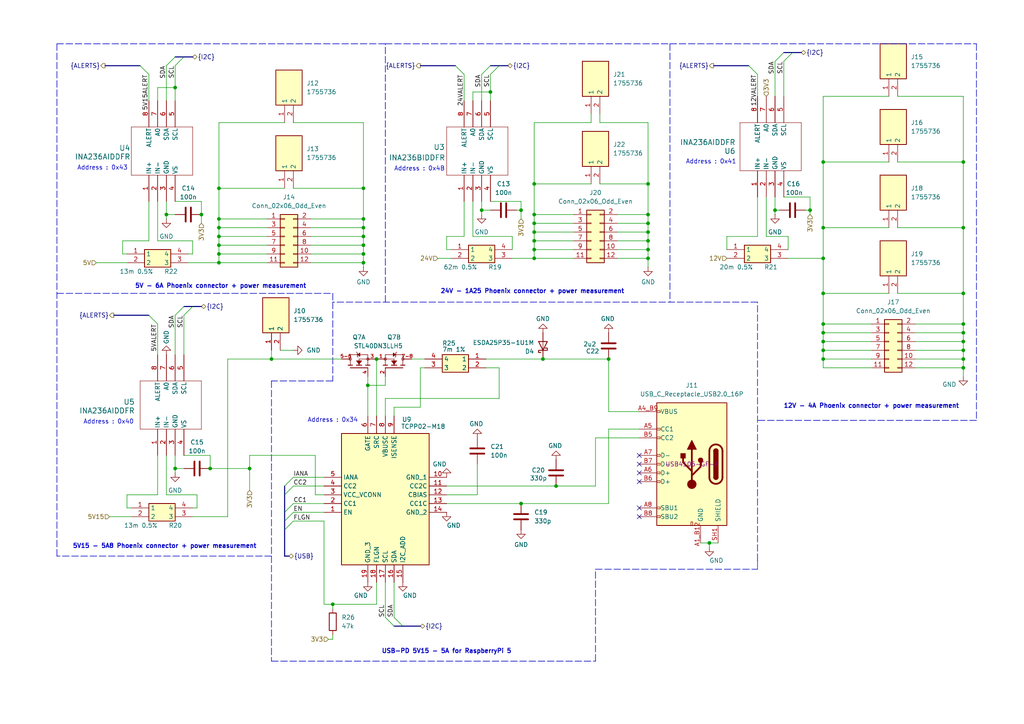
<source format=kicad_sch>
(kicad_sch (version 20250114) (generator "eeschema") (generator_version "9.0")
  (paper "A4")
  (title_block (title "Power output connectors") (date "2025-03-06") (rev "4") (company "Modelec") (comment 2 "USBC-Power Delivery 5V15 capacity, programmable from the STM32 via I2C") (comment 3 "outputs. Current/Voltage/Power measurements for each power supply via I2C and alerts.") (comment 4 "Features : Phoenix contact high current pluggable connectors & male Dupont pins as "))
  (text "Address : 0x41" (at 206.248 46.99 0) (effects (font (size 1.27 1.27))))
  (text "5V15 - 5A8 Phoenix connector + power measurement" (at 47.752 158.496 0) (effects (font (size 1.27 1.27) (thickness 0.254) (bold yes))))
  (text "5V - 6A Phoenix connector + power measurement" (at 64.008 83.058 0) (effects (font (size 1.27 1.27) (thickness 0.254) (bold yes))))
  (text "Address : 0x43" (at 29.718 48.768 0) (effects (font (size 1.27 1.27))))
  (text "USB-PD 5V15 - 5A for RaspberryPi 5" (at 129.54 188.976 0) (effects (font (size 1.27 1.27) (thickness 0.254) (bold yes))))
  (text "Address : 0x34" (at 96.52 121.92 0) (effects (font (size 1.27 1.27))))
  (text "Address : 0x4B" (at 121.666 49.022 0) (effects (font (size 1.27 1.27))))
  (text "24V - 1A25 Phoenix connector + power measurement" (at 154.432 84.582 0) (effects (font (size 1.27 1.27) (thickness 0.254) (bold yes))))
  (text "12V - 4A Phoenix connector + power measurement" (at 252.73 117.856 0) (effects (font (size 1.27 1.27) (thickness 0.254) (bold yes))))
  (text "Address : 0x40" (at 31.496 122.428 0) (effects (font (size 1.27 1.27))))
  (junction (at 224.79 60.96))
  (junction (at 234.95 60.96))
  (junction (at 105.41 71.12))
  (junction (at 187.96 69.85))
  (junction (at 50.8 25.4))
  (junction (at 63.5 76.2))
  (junction (at 154.94 64.77))
  (junction (at 63.5 73.66))
  (junction (at 50.8 135.89))
  (junction (at 238.76 93.98))
  (junction (at 63.5 63.5))
  (junction (at 96.52 175.26))
  (junction (at 78.74 104.14))
  (junction (at 279.4 93.98))
  (junction (at 238.76 74.93))
  (junction (at 238.76 104.14))
  (junction (at 279.4 99.06))
  (junction (at 238.76 66.04))
  (junction (at 279.4 66.04))
  (junction (at 105.41 54.61))
  (junction (at 279.4 46.99))
  (junction (at 154.94 72.39))
  (junction (at 63.5 68.58))
  (junction (at 139.7 60.96))
  (junction (at 187.96 53.34))
  (junction (at 154.94 74.93))
  (junction (at 187.96 64.77))
  (junction (at 187.96 74.93))
  (junction (at 154.94 62.23))
  (junction (at 48.26 62.23))
  (junction (at 151.13 60.96))
  (junction (at 238.76 96.52))
  (junction (at 187.96 72.39))
  (junction (at 154.94 53.34))
  (junction (at 105.41 68.58))
  (junction (at 238.76 99.06))
  (junction (at 238.76 46.99))
  (junction (at 161.29 140.97))
  (junction (at 58.42 62.23))
  (junction (at 105.41 63.5))
  (junction (at 279.4 96.52))
  (junction (at 187.96 67.31))
  (junction (at 63.5 66.04))
  (junction (at 142.24 26.67))
  (junction (at 105.41 66.04))
  (junction (at 279.4 101.6))
  (junction (at 279.4 104.14))
  (junction (at 63.5 71.12))
  (junction (at 154.94 69.85))
  (junction (at 279.4 85.09))
  (junction (at 63.5 54.61))
  (junction (at 238.76 101.6))
  (junction (at 205.74 157.48))
  (junction (at 106.68 111.76))
  (junction (at 105.41 73.66))
  (junction (at 72.39 135.89))
  (junction (at 187.96 62.23))
  (junction (at 154.94 67.31))
  (junction (at 151.13 146.05))
  (junction (at 109.22 104.14))
  (junction (at 238.76 85.09))
  (junction (at 60.96 135.89))
  (junction (at 157.48 104.14))
  (junction (at 279.4 106.68))
  (junction (at 176.53 104.14))
  (junction (at 105.41 76.2))
  (no_connect (at 185.42 137.16))
  (no_connect (at 185.42 149.86))
  (no_connect (at 185.42 139.7))
  (no_connect (at 185.42 147.32))
  (no_connect (at 185.42 132.08))
  (no_connect (at 185.42 134.62))
  (bus_entry (at 85.09 146.05) (size -2.54 2.54))
  (bus_entry (at 50.8 91.44) (size 2.54 -2.54))
  (bus_entry (at 224.79 17.78) (size 2.54 -2.54))
  (bus_entry (at 217.17 19.05) (size 2.54 2.54))
  (bus_entry (at 85.09 140.97) (size -2.54 2.54))
  (bus_entry (at 43.18 91.44) (size 2.54 2.54))
  (bus_entry (at 48.26 19.05) (size 2.54 -2.54))
  (bus_entry (at 132.08 19.05) (size 2.54 2.54))
  (bus_entry (at 50.8 19.05) (size 2.54 -2.54))
  (bus_entry (at 139.7 21.59) (size 2.54 -2.54))
  (bus_entry (at 85.09 148.59) (size -2.54 2.54))
  (bus_entry (at 114.3 179.07) (size 2.54 2.54))
  (bus_entry (at 85.09 138.43) (size -2.54 2.54))
  (bus_entry (at 85.09 151.13) (size -2.54 2.54))
  (bus_entry (at 40.64 19.05) (size 2.54 2.54))
  (bus_entry (at 111.76 179.07) (size 2.54 2.54))
  (bus_entry (at 227.33 17.78) (size 2.54 -2.54))
  (bus_entry (at 142.24 21.59) (size 2.54 -2.54))
  (bus_entry (at 53.34 91.44) (size 2.54 -2.54))
  (polyline (pts (xy 172.72 165.1) (xy 219.71 165.1)) (stroke (width 0.1778) (type dash)))
  (polyline (pts (xy 16.51 161.29) (xy 16.51 85.09)) (stroke (width 0.1778) (type dash)))
  (wire (pts (xy 234.95 57.15) (xy 227.33 57.15)))
  (wire (pts (xy 238.76 74.93) (xy 238.76 66.04)))
  (wire (pts (xy 129.54 143.51) (xy 138.43 143.51)))
  (wire (pts (xy 238.76 74.93) (xy 238.76 85.09)))
  (wire (pts (xy 36.83 73.66) (xy 35.56 73.66)))
  (wire (pts (xy 228.6 74.93) (xy 238.76 74.93)))
  (bus (pts (xy 82.55 143.51) (xy 82.55 148.59)))
  (wire (pts (xy 176.53 119.38) (xy 185.42 119.38)))
  (wire (pts (xy 127 74.93) (xy 130.81 74.93)))
  (wire (pts (xy 93.98 140.97) (xy 85.09 140.97)))
  (wire (pts (xy 154.94 67.31) (xy 154.94 69.85)))
  (wire (pts (xy 35.56 69.85) (xy 43.18 69.85)))
  (wire (pts (xy 55.88 149.86) (xy 66.04 149.86)))
  (bus (pts (xy 121.92 19.05) (xy 132.08 19.05)))
  (wire (pts (xy 187.96 64.77) (xy 187.96 67.31)))
  (wire (pts (xy 105.41 73.66) (xy 105.41 71.12)))
  (wire (pts (xy 187.96 62.23) (xy 187.96 64.77)))
  (wire (pts (xy 45.72 132.08) (xy 45.72 143.51)))
  (polyline (pts (xy 96.52 85.09) (xy 96.52 87.63)) (stroke (width 0.1778) (type dash)))
  (wire (pts (xy 265.43 96.52) (xy 279.4 96.52)))
  (wire (pts (xy 48.26 143.51) (xy 48.26 132.08)))
  (wire (pts (xy 91.44 132.08) (xy 91.44 143.51)))
  (wire (pts (xy 260.35 27.94) (xy 279.4 27.94)))
  (wire (pts (xy 151.13 146.05) (xy 176.53 146.05)))
  (wire (pts (xy 63.5 68.58) (xy 63.5 66.04)))
  (wire (pts (xy 106.68 111.76) (xy 106.68 120.65)))
  (wire (pts (xy 66.04 104.14) (xy 66.04 149.86)))
  (wire (pts (xy 36.83 147.32) (xy 38.1 147.32)))
  (wire (pts (xy 238.76 101.6) (xy 252.73 101.6)))
  (wire (pts (xy 238.76 99.06) (xy 238.76 96.52)))
  (wire (pts (xy 173.99 35.56) (xy 187.96 35.56)))
  (wire (pts (xy 72.39 132.08) (xy 91.44 132.08)))
  (wire (pts (xy 58.42 62.23) (xy 58.42 58.42)))
  (wire (pts (xy 154.94 64.77) (xy 154.94 67.31)))
  (wire (pts (xy 105.41 71.12) (xy 105.41 68.58)))
  (wire (pts (xy 138.43 143.51) (xy 138.43 134.62)))
  (wire (pts (xy 85.09 35.56) (xy 105.41 35.56)))
  (wire (pts (xy 166.37 72.39) (xy 154.94 72.39)))
  (polyline (pts (xy 219.71 162.56) (xy 219.71 87.63)) (stroke (width 0.1778) (type dash)))
  (wire (pts (xy 157.48 104.14) (xy 176.53 104.14)))
  (wire (pts (xy 154.94 72.39) (xy 154.94 74.93)))
  (wire (pts (xy 238.76 93.98) (xy 238.76 85.09)))
  (wire (pts (xy 72.39 135.89) (xy 60.96 135.89)))
  (wire (pts (xy 279.4 93.98) (xy 279.4 85.09)))
  (wire (pts (xy 210.82 68.58) (xy 219.71 68.58)))
  (wire (pts (xy 148.59 72.39) (xy 148.59 68.58)))
  (wire (pts (xy 43.18 58.42) (xy 43.18 69.85)))
  (wire (pts (xy 265.43 93.98) (xy 279.4 93.98)))
  (wire (pts (xy 27.94 76.2) (xy 36.83 76.2)))
  (wire (pts (xy 224.79 60.96) (xy 224.79 57.15)))
  (wire (pts (xy 139.7 60.96) (xy 142.24 60.96)))
  (wire (pts (xy 66.04 104.14) (xy 78.74 104.14)))
  (wire (pts (xy 82.55 35.56) (xy 63.5 35.56)))
  (wire (pts (xy 45.72 143.51) (xy 36.83 143.51)))
  (wire (pts (xy 93.98 151.13) (xy 85.09 151.13)))
  (wire (pts (xy 279.4 101.6) (xy 279.4 99.06)))
  (bus (pts (xy 55.88 88.9) (xy 58.42 88.9)))
  (bus (pts (xy 82.55 161.29) (xy 82.55 153.67)))
  (polyline (pts (xy 78.74 191.77) (xy 172.72 191.77)) (stroke (width 0.1778) (type dash)))
  (polyline (pts (xy 194.31 12.7) (xy 194.31 87.63)) (stroke (width 0.1778) (type dash)))
  (wire (pts (xy 63.5 54.61) (xy 63.5 63.5)))
  (wire (pts (xy 154.94 35.56) (xy 154.94 53.34)))
  (wire (pts (xy 55.88 73.66) (xy 55.88 69.85)))
  (polyline (pts (xy 78.74 110.49) (xy 78.74 134.62)) (stroke (width 0.1778) (type dash)))
  (wire (pts (xy 63.5 68.58) (xy 77.47 68.58)))
  (wire (pts (xy 172.72 127) (xy 185.42 127)))
  (wire (pts (xy 109.22 168.91) (xy 109.22 175.26)))
  (wire (pts (xy 50.8 25.4) (xy 50.8 29.21)))
  (bus (pts (xy 227.33 15.24) (xy 229.87 15.24)))
  (wire (pts (xy 224.79 60.96) (xy 226.06 60.96)))
  (wire (pts (xy 238.76 27.94) (xy 238.76 46.99)))
  (wire (pts (xy 166.37 64.77) (xy 154.94 64.77)))
  (wire (pts (xy 151.13 60.96) (xy 149.86 60.96)))
  (polyline (pts (xy 194.31 12.7) (xy 283.21 12.7)) (stroke (width 0.1778) (type dash)))
  (wire (pts (xy 172.72 140.97) (xy 172.72 127)))
  (wire (pts (xy 137.16 29.21) (xy 137.16 26.67)))
  (wire (pts (xy 219.71 21.59) (xy 219.71 27.94)))
  (wire (pts (xy 35.56 73.66) (xy 35.56 69.85)))
  (wire (pts (xy 111.76 168.91) (xy 111.76 179.07)))
  (wire (pts (xy 129.54 68.58) (xy 134.62 68.58)))
  (wire (pts (xy 224.79 17.78) (xy 224.79 27.94)))
  (wire (pts (xy 137.16 26.67) (xy 142.24 26.67)))
  (wire (pts (xy 148.59 68.58) (xy 137.16 68.58)))
  (wire (pts (xy 154.94 62.23) (xy 154.94 64.77)))
  (wire (pts (xy 279.4 109.22) (xy 279.4 106.68)))
  (wire (pts (xy 234.95 62.23) (xy 234.95 60.96)))
  (wire (pts (xy 142.24 26.67) (xy 142.24 29.21)))
  (wire (pts (xy 63.5 73.66) (xy 77.47 73.66)))
  (wire (pts (xy 279.4 96.52) (xy 279.4 93.98)))
  (bus (pts (xy 53.34 16.51) (xy 55.88 16.51)))
  (wire (pts (xy 179.07 67.31) (xy 187.96 67.31)))
  (wire (pts (xy 93.98 175.26) (xy 93.98 151.13)))
  (bus (pts (xy 82.55 151.13) (xy 82.55 153.67)))
  (wire (pts (xy 176.53 124.46) (xy 185.42 124.46)))
  (wire (pts (xy 139.7 21.59) (xy 139.7 29.21)))
  (wire (pts (xy 48.26 62.23) (xy 48.26 58.42)))
  (wire (pts (xy 129.54 72.39) (xy 129.54 68.58)))
  (wire (pts (xy 114.3 168.91) (xy 114.3 179.07)))
  (wire (pts (xy 50.8 137.16) (xy 50.8 135.89)))
  (wire (pts (xy 279.4 27.94) (xy 279.4 46.99)))
  (wire (pts (xy 279.4 99.06) (xy 279.4 96.52)))
  (wire (pts (xy 144.78 115.57) (xy 144.78 106.68)))
  (wire (pts (xy 96.52 175.26) (xy 96.52 176.53)))
  (wire (pts (xy 105.41 66.04) (xy 105.41 63.5)))
  (wire (pts (xy 93.98 138.43) (xy 85.09 138.43)))
  (wire (pts (xy 203.2 157.48) (xy 205.74 157.48)))
  (bus (pts (xy 82.55 140.97) (xy 82.55 143.51)))
  (wire (pts (xy 109.22 104.14) (xy 109.22 120.65)))
  (bus (pts (xy 53.34 88.9) (xy 55.88 88.9)))
  (wire (pts (xy 48.26 63.5) (xy 48.26 62.23)))
  (wire (pts (xy 154.94 67.31) (xy 166.37 67.31)))
  (wire (pts (xy 109.22 175.26) (xy 96.52 175.26)))
  (wire (pts (xy 45.72 93.98) (xy 45.72 102.87)))
  (wire (pts (xy 72.39 132.08) (xy 72.39 135.89)))
  (wire (pts (xy 171.45 53.34) (xy 154.94 53.34)))
  (polyline (pts (xy 172.72 191.77) (xy 172.72 165.1)) (stroke (width 0.1778) (type dash)))
  (wire (pts (xy 265.43 101.6) (xy 279.4 101.6)))
  (wire (pts (xy 171.45 35.56) (xy 171.45 33.02)))
  (wire (pts (xy 63.5 66.04) (xy 77.47 66.04)))
  (wire (pts (xy 210.82 72.39) (xy 210.82 68.58)))
  (bus (pts (xy 207.01 19.05) (xy 217.17 19.05)))
  (wire (pts (xy 187.96 35.56) (xy 187.96 53.34)))
  (wire (pts (xy 63.5 73.66) (xy 63.5 71.12)))
  (wire (pts (xy 257.81 85.09) (xy 238.76 85.09)))
  (wire (pts (xy 233.68 60.96) (xy 234.95 60.96)))
  (wire (pts (xy 50.8 135.89) (xy 53.34 135.89)))
  (polyline (pts (xy 283.21 121.92) (xy 219.71 121.92)) (stroke (width 0.1778) (type dash)))
  (wire (pts (xy 187.96 67.31) (xy 187.96 69.85)))
  (polyline (pts (xy 219.71 162.56) (xy 219.71 165.1)))
  (wire (pts (xy 45.72 69.85) (xy 55.88 69.85)))
  (wire (pts (xy 119.38 104.14) (xy 123.19 104.14)))
  (bus (pts (xy 82.55 148.59) (xy 82.55 151.13)))
  (wire (pts (xy 129.54 140.97) (xy 161.29 140.97)))
  (wire (pts (xy 219.71 68.58) (xy 219.71 57.15)))
  (wire (pts (xy 105.41 77.47) (xy 105.41 76.2)))
  (wire (pts (xy 205.74 158.75) (xy 205.74 157.48)))
  (wire (pts (xy 179.07 69.85) (xy 187.96 69.85)))
  (bus (pts (xy 116.84 181.61) (xy 121.92 181.61)))
  (wire (pts (xy 45.72 29.21) (xy 45.72 25.4)))
  (wire (pts (xy 114.3 118.11) (xy 121.92 118.11)))
  (wire (pts (xy 173.99 33.02) (xy 173.99 35.56)))
  (wire (pts (xy 90.17 68.58) (xy 105.41 68.58)))
  (wire (pts (xy 176.53 146.05) (xy 176.53 124.46)))
  (wire (pts (xy 50.8 19.05) (xy 50.8 25.4)))
  (wire (pts (xy 238.76 46.99) (xy 238.76 66.04)))
  (wire (pts (xy 90.17 63.5) (xy 105.41 63.5)))
  (wire (pts (xy 90.17 71.12) (xy 105.41 71.12)))
  (wire (pts (xy 151.13 58.42) (xy 142.24 58.42)))
  (wire (pts (xy 139.7 62.23) (xy 139.7 60.96)))
  (wire (pts (xy 60.96 132.08) (xy 53.34 132.08)))
  (wire (pts (xy 154.94 69.85) (xy 166.37 69.85)))
  (wire (pts (xy 121.92 118.11) (xy 121.92 106.68)))
  (bus (pts (xy 33.02 91.44) (xy 43.18 91.44)))
  (wire (pts (xy 90.17 66.04) (xy 105.41 66.04)))
  (wire (pts (xy 179.07 72.39) (xy 187.96 72.39)))
  (polyline (pts (xy 219.71 87.63) (xy 96.52 87.63)) (stroke (width 0.1778) (type dash)))
  (wire (pts (xy 279.4 46.99) (xy 279.4 66.04)))
  (bus (pts (xy 30.48 19.05) (xy 40.64 19.05)))
  (wire (pts (xy 77.47 76.2) (xy 63.5 76.2)))
  (bus (pts (xy 116.84 181.61) (xy 114.3 181.61)))
  (wire (pts (xy 154.94 35.56) (xy 171.45 35.56)))
  (wire (pts (xy 187.96 53.34) (xy 187.96 62.23)))
  (bus (pts (xy 229.87 15.24) (xy 232.41 15.24)))
  (wire (pts (xy 176.53 104.14) (xy 176.53 119.38)))
  (wire (pts (xy 238.76 46.99) (xy 257.81 46.99)))
  (wire (pts (xy 63.5 35.56) (xy 63.5 54.61)))
  (polyline (pts (xy 78.74 134.62) (xy 78.74 191.77)) (stroke (width 0.1778) (type dash)))
  (wire (pts (xy 134.62 21.59) (xy 134.62 29.21)))
  (polyline (pts (xy 111.76 87.63) (xy 111.76 12.7)) (stroke (width 0.1778) (type dash)))
  (wire (pts (xy 106.68 111.76) (xy 111.76 111.76)))
  (wire (pts (xy 50.8 91.44) (xy 50.8 102.87)))
  (wire (pts (xy 137.16 68.58) (xy 137.16 58.42)))
  (wire (pts (xy 95.25 185.42) (xy 96.52 185.42)))
  (wire (pts (xy 78.74 101.6) (xy 78.74 104.14)))
  (wire (pts (xy 187.96 74.93) (xy 187.96 77.47)))
  (wire (pts (xy 90.17 76.2) (xy 105.41 76.2)))
  (wire (pts (xy 142.24 21.59) (xy 142.24 26.67)))
  (wire (pts (xy 134.62 58.42) (xy 134.62 68.58)))
  (wire (pts (xy 208.28 157.48) (xy 205.74 157.48)))
  (wire (pts (xy 166.37 74.93) (xy 154.94 74.93)))
  (wire (pts (xy 53.34 91.44) (xy 53.34 102.87)))
  (wire (pts (xy 148.59 74.93) (xy 154.94 74.93)))
  (bus (pts (xy 142.24 19.05) (xy 144.78 19.05)))
  (wire (pts (xy 85.09 54.61) (xy 105.41 54.61)))
  (polyline (pts (xy 111.76 12.7) (xy 16.51 12.7)) (stroke (width 0.1778) (type dash)))
  (wire (pts (xy 90.17 73.66) (xy 105.41 73.66)))
  (wire (pts (xy 151.13 146.05) (xy 129.54 146.05)))
  (wire (pts (xy 60.96 135.89) (xy 60.96 132.08)))
  (wire (pts (xy 179.07 64.77) (xy 187.96 64.77)))
  (wire (pts (xy 36.83 143.51) (xy 36.83 147.32)))
  (wire (pts (xy 45.72 25.4) (xy 50.8 25.4)))
  (wire (pts (xy 161.29 140.97) (xy 172.72 140.97)))
  (wire (pts (xy 260.35 85.09) (xy 279.4 85.09)))
  (wire (pts (xy 78.74 104.14) (xy 99.06 104.14)))
  (wire (pts (xy 93.98 143.51) (xy 91.44 143.51)))
  (wire (pts (xy 238.76 96.52) (xy 238.76 93.98)))
  (wire (pts (xy 228.6 72.39) (xy 228.6 68.58)))
  (wire (pts (xy 54.61 73.66) (xy 55.88 73.66)))
  (wire (pts (xy 111.76 115.57) (xy 144.78 115.57)))
  (polyline (pts (xy 78.74 134.62) (xy 78.74 134.62)))
  (wire (pts (xy 252.73 96.52) (xy 238.76 96.52)))
  (wire (pts (xy 238.76 93.98) (xy 252.73 93.98)))
  (wire (pts (xy 111.76 120.65) (xy 111.76 115.57)))
  (wire (pts (xy 121.92 106.68) (xy 123.19 106.68)))
  (wire (pts (xy 31.75 149.86) (xy 38.1 149.86)))
  (wire (pts (xy 227.33 17.78) (xy 227.33 27.94)))
  (wire (pts (xy 228.6 68.58) (xy 222.25 68.58)))
  (wire (pts (xy 63.5 71.12) (xy 77.47 71.12)))
  (wire (pts (xy 265.43 106.68) (xy 279.4 106.68)))
  (bus (pts (xy 144.78 19.05) (xy 147.32 19.05)))
  (wire (pts (xy 57.15 147.32) (xy 57.15 143.51)))
  (wire (pts (xy 111.76 109.22) (xy 111.76 111.76)))
  (wire (pts (xy 139.7 60.96) (xy 139.7 58.42)))
  (wire (pts (xy 140.97 106.68) (xy 144.78 106.68)))
  (wire (pts (xy 257.81 66.04) (xy 238.76 66.04)))
  (wire (pts (xy 260.35 66.04) (xy 279.4 66.04)))
  (wire (pts (xy 63.5 66.04) (xy 63.5 63.5)))
  (wire (pts (xy 82.55 54.61) (xy 63.5 54.61)))
  (wire (pts (xy 45.72 58.42) (xy 45.72 69.85)))
  (wire (pts (xy 105.41 35.56) (xy 105.41 54.61)))
  (wire (pts (xy 57.15 143.51) (xy 48.26 143.51)))
  (wire (pts (xy 222.25 57.15) (xy 222.25 68.58)))
  (polyline (pts (xy 78.74 161.29) (xy 16.51 161.29)) (stroke (width 0.1778) (type dash)))
  (wire (pts (xy 179.07 62.23) (xy 187.96 62.23)))
  (wire (pts (xy 279.4 85.09) (xy 279.4 66.04)))
  (wire (pts (xy 151.13 60.96) (xy 151.13 58.42)))
  (wire (pts (xy 238.76 104.14) (xy 238.76 101.6)))
  (wire (pts (xy 265.43 99.06) (xy 279.4 99.06)))
  (wire (pts (xy 48.26 19.05) (xy 48.26 29.21)))
  (wire (pts (xy 238.76 101.6) (xy 238.76 99.06)))
  (polyline (pts (xy 16.51 12.7) (xy 16.51 85.09)) (stroke (width 0.1778) (type dash)))
  (wire (pts (xy 151.13 60.96) (xy 151.13 63.5)))
  (bus (pts (xy 83.82 161.29) (xy 82.55 161.29)))
  (polyline (pts (xy 111.76 12.7) (xy 194.31 12.7)) (stroke (width 0.1778) (type dash)))
  (bus (pts (xy 50.8 16.51) (xy 53.34 16.51)))
  (wire (pts (xy 63.5 76.2) (xy 63.5 73.66)))
  (wire (pts (xy 43.18 21.59) (xy 43.18 29.21)))
  (wire (pts (xy 93.98 146.05) (xy 85.09 146.05)))
  (wire (pts (xy 238.76 106.68) (xy 238.76 104.14)))
  (polyline (pts (xy 96.52 87.63) (xy 96.52 110.49)) (stroke (width 0.1778) (type dash)))
  (wire (pts (xy 224.79 62.23) (xy 224.79 60.96)))
  (wire (pts (xy 58.42 64.77) (xy 58.42 62.23)))
  (wire (pts (xy 105.41 66.04) (xy 105.41 68.58)))
  (wire (pts (xy 166.37 62.23) (xy 154.94 62.23)))
  (wire (pts (xy 187.96 72.39) (xy 187.96 74.93)))
  (wire (pts (xy 279.4 106.68) (xy 279.4 104.14)))
  (wire (pts (xy 234.95 60.96) (xy 234.95 57.15)))
  (wire (pts (xy 238.76 104.14) (xy 252.73 104.14)))
  (wire (pts (xy 114.3 118.11) (xy 114.3 120.65)))
  (wire (pts (xy 48.26 62.23) (xy 50.8 62.23)))
  (wire (pts (xy 179.07 74.93) (xy 187.96 74.93)))
  (wire (pts (xy 63.5 68.58) (xy 63.5 71.12)))
  (wire (pts (xy 93.98 148.59) (xy 85.09 148.59)))
  (polyline (pts (xy 96.52 110.49) (xy 78.74 110.49)) (stroke (width 0.1778) (type dash)))
  (wire (pts (xy 105.41 76.2) (xy 105.41 73.66)))
  (wire (pts (xy 154.94 53.34) (xy 154.94 62.23)))
  (wire (pts (xy 105.41 63.5) (xy 105.41 54.61)))
  (wire (pts (xy 140.97 104.14) (xy 157.48 104.14)))
  (wire (pts (xy 238.76 99.06) (xy 252.73 99.06)))
  (wire (pts (xy 50.8 135.89) (xy 50.8 132.08)))
  (wire (pts (xy 106.68 109.22) (xy 106.68 111.76)))
  (wire (pts (xy 252.73 106.68) (xy 238.76 106.68)))
  (wire (pts (xy 72.39 142.24) (xy 72.39 135.89)))
  (wire (pts (xy 54.61 76.2) (xy 63.5 76.2)))
  (wire (pts (xy 130.81 72.39) (xy 129.54 72.39)))
  (wire (pts (xy 96.52 185.42) (xy 96.52 184.15)))
  (wire (pts (xy 265.43 104.14) (xy 279.4 104.14)))
  (wire (pts (xy 279.4 104.14) (xy 279.4 101.6)))
  (wire (pts (xy 63.5 63.5) (xy 77.47 63.5)))
  (wire (pts (xy 81.28 101.6) (xy 85.09 101.6)))
  (wire (pts (xy 260.35 46.99) (xy 279.4 46.99)))
  (wire (pts (xy 58.42 58.42) (xy 50.8 58.42)))
  (polyline (pts (xy 283.21 12.7) (xy 283.21 121.92)) (stroke (width 0.1778) (type dash)))
  (wire (pts (xy 55.88 147.32) (xy 57.15 147.32)))
  (wire (pts (xy 187.96 69.85) (xy 187.96 72.39)))
  (wire (pts (xy 96.52 175.26) (xy 93.98 175.26)))
  (polyline (pts (xy 16.51 85.09) (xy 96.52 85.09)) (stroke (width 0.1778) (type dash)))
  (wire (pts (xy 154.94 69.85) (xy 154.94 72.39)))
  (wire (pts (xy 257.81 27.94) (xy 238.76 27.94)))
  (wire (pts (xy 173.99 53.34) (xy 187.96 53.34)))
  (label "SCL" (at 142.24 21.59 270))
  (label "5V15ALERT" (at 43.18 21.59 270))
  (label "SCL" (at 111.76 179.07 90))
  (label "CC1" (at 85.09 146.05 0))
  (label "24VALERT" (at 134.62 21.59 270))
  (label "SCL" (at 53.34 91.44 270))
  (label "SDA" (at 48.26 19.05 270))
  (label "SDA" (at 139.7 21.59 270))
  (label "SCL" (at 227.33 17.78 270))
  (label "SDA" (at 50.8 91.44 270))
  (label "5VALERT" (at 45.72 93.98 270))
  (label "EN" (at 85.09 148.59 0))
  (label "IANA" (at 85.09 138.43 0))
  (label "12VALERT" (at 219.71 21.59 270))
  (label "SDA" (at 224.79 17.78 270))
  (label "FLGN" (at 85.09 151.13 0))
  (label "SDA" (at 114.3 179.07 90))
  (label "SCL" (at 50.8 19.05 270))
  (label "CC2" (at 85.09 140.97 0))
  (hierarchical_label "{ALERTS}" (shape output) (at 121.92 19.05 180))
  (hierarchical_label "{ALERTS}" (shape output) (at 207.01 19.05 180))
  (hierarchical_label "3V3" (shape input) (at 222.25 27.94 90))
  (hierarchical_label "{I2C}" (shape bidirectional) (at 58.42 88.9 0))
  (hierarchical_label "{I2C}" (shape bidirectional) (at 147.32 19.05 0))
  (hierarchical_label "5V" (shape input) (at 27.94 76.2 180))
  (hierarchical_label "3V3" (shape input) (at 234.95 62.23 270))
  (hierarchical_label "3V3" (shape input) (at 151.13 63.5 270))
  (hierarchical_label "3V3" (shape input) (at 58.42 64.77 270))
  (hierarchical_label "3V3" (shape input) (at 95.25 185.42 180))
  (hierarchical_label "{I2C}" (shape bidirectional) (at 55.88 16.51 0))
  (hierarchical_label "5V15" (shape input) (at 31.75 149.86 180))
  (hierarchical_label "24V" (shape input) (at 127 74.93 180))
  (hierarchical_label "{ALERTS}" (shape output) (at 30.48 19.05 180))
  (hierarchical_label "{I2C}" (shape bidirectional) (at 232.41 15.24 0))
  (hierarchical_label "{USB}" (shape bidirectional) (at 83.82 161.29 0))
  (hierarchical_label "3V3" (shape input) (at 72.39 142.24 270))
  (hierarchical_label "{I2C}" (shape bidirectional) (at 121.92 181.61 0))
  (hierarchical_label "{ALERTS}" (shape output) (at 33.02 91.44 180))
  (hierarchical_label "12V" (shape input) (at 210.82 74.93 180))
  (symbol (lib_id "Modelec:STL40DN3LLH5") (at 104.14 106.68 90) (unit 1)
    (property "Reference" "Q7" (at 104.14 97.79 90))
    (property "Value" "STL40DN3LLH5" (at 109.728 100.33 90))
    (property "Footprint" "Modelec:TRANS_STL40DN3LLH5" (effects (hide yes)))
    (property "Datasheet" "https://www.st.com/resource/en/datasheet/stl40dn3llh5.pdf" (effects (hide yes)))
    (property "PARTREV" "7" (effects (hide yes)))
    (property "MANUFACTURER" "STMicroelectronics" (effects (hide yes)))
    (property "MAXIMUM_PACKAGE_HEIGHT" "1.0 mm" (effects (hide yes)))
    (property "STANDARD" "Manufacturer Recommendations" (effects (hide yes)))
  )
  (symbol (lib_id "Modelec:INA236AIDDFR") (at 134.62 58.42 90) (unit 1)
    (property "Reference" "U3" (at 125.73 42.672 90) (effects (font (size 1.524 1.524)) (justify right)))
    (property "Value" "INA236BIDDFR" (at 112.776 45.72 90) (effects (font (size 1.524 1.524)) (justify right)))
    (property "Footprint" "Modelec:SOT23-8_DDF_TEX" (effects (hide yes)))
    (property "Datasheet" "https://www.ti.com/lit/ds/symlink/ina236.pdf" (effects (hide yes)))
    (property "Manufacturer_Part_Number" "INA236BIDDFR" (effects (hide yes)))
  )
  (symbol (lib_id "power:GND") (at 50.8 137.16 0) (unit 1)
    (property "Reference" "#PWR047" (effects (hide yes)))
    (property "Value" "GND" (at 50.8 142.24 0))
    (property "Description" "Power symbol creates a global label with name \"GND\" , ground" (effects (hide yes)))
  )
  (symbol (lib_id "power:GND") (at 151.13 153.67 0) (mirror y) (unit 1)
    (property "Reference" "#PWR056" (effects (hide yes)))
    (property "Value" "GND" (at 149.098 157.988 0) (effects (justify right)))
    (property "Description" "Power symbol creates a global label with name \"GND\" , ground" (effects (hide yes)))
  )
  (symbol (lib_id "power:GND") (at 48.26 63.5 0) (unit 1)
    (property "Reference" "#PWR048" (effects (hide yes)))
    (property "Value" "GND" (at 48.26 68.58 0))
    (property "Description" "Power symbol creates a global label with name \"GND\" , ground" (effects (hide yes)))
  )
  (symbol (lib_id "Device:C") (at 54.61 62.23 90) (unit 1)
    (property "Reference" "C14" (at 54.61 54.61 90))
    (property "Value" "100n" (at 54.61 57.15 90))
    (property "Footprint" "Capacitor_SMD:C_0805_2012Metric_Pad1.18x1.45mm_HandSolder" (effects (hide yes)))
    (property "Datasheet" "https://www.vishay.com/docs/45199/vjcommercialseries.pdf" (effects (hide yes)))
    (property "Description" "Unpolarized capacitor" (effects (hide yes)))
    (property "Manufacturer_Part_Number" "VJ0805Y104KXAMR" (effects (hide yes)))
  )
  (symbol (lib_id "Modelec:1755736") (at 257.81 66.04 90) (unit 1)
    (property "Reference" "J18" (at 264.16 54.6099 90) (effects (justify right)))
    (property "Value" "1755736" (at 264.16 57.1499 90) (effects (justify right)))
    (property "Footprint" "Modelec:PhoenixContact_MSTBVA_2,5_2-G-5,08_1x02_P5.08mm_Vertical" (effects (hide yes)))
    (property "Datasheet" "http://www.phoenixcontact.com/de/produkte/1755736/pdf" (effects (hide yes)))
    (property "Description" "PCB header, nominal cross section: 2.5 mm?, color: green, nominal current: 12 A, rated voltage (III/2): 320 V, contact surface: Tin, type of contact: Male connector, Number of potentials: 2, Number of rows: 1, Number of positions per row: 2, number of connections: 2, product range: MSTBVA 2,5/..-G, pitch: 5.08 mm, mounting: Wave soldering, pin layout: Linear pinning, solder pin [P]: 3.9 mm, Stecksystem: CLASSIC COMBICON, Locking: without, type of packaging: packed in cardboard" (effects (hide yes)))
    (property "Height" "12.15" (effects (hide yes)))
    (property "Manufacturer_Name" "Phoenix Contact" (effects (hide yes)))
    (property "Manufacturer_Part_Number" "1755736" (effects (hide yes)))
    (property "Mouser Part Number" "651-1755736" (effects (hide yes)))
    (property "Mouser Price/Stock" "https://www.mouser.co.uk/ProductDetail/Phoenix-Contact/1755736?qs=wd%252Bw3mUqFrlo9zPE3AUt1w%3D%3D" (effects (hide yes)))
    (property "Arrow Part Number" "1755736" (effects (hide yes)))
    (property "Arrow Price/Stock" "https://www.arrow.com/en/products/1755736/phoenix-contact?region=nac" (effects (hide yes)))
  )
  (symbol (lib_id "Modelec:1755736") (at 82.55 54.61 90) (unit 1)
    (property "Reference" "J13" (at 88.9 43.1799 90) (effects (justify right)))
    (property "Value" "1755736" (at 88.9 45.7199 90) (effects (justify right)))
    (property "Footprint" "Modelec:PhoenixContact_MSTBVA_2,5_2-G-5,08_1x02_P5.08mm_Vertical" (effects (hide yes)))
    (property "Datasheet" "http://www.phoenixcontact.com/de/produkte/1755736/pdf" (effects (hide yes)))
    (property "Description" "PCB header, nominal cross section: 2.5 mm?, color: green, nominal current: 12 A, rated voltage (III/2): 320 V, contact surface: Tin, type of contact: Male connector, Number of potentials: 2, Number of rows: 1, Number of positions per row: 2, number of connections: 2, product range: MSTBVA 2,5/..-G, pitch: 5.08 mm, mounting: Wave soldering, pin layout: Linear pinning, solder pin [P]: 3.9 mm, Stecksystem: CLASSIC COMBICON, Locking: without, type of packaging: packed in cardboard" (effects (hide yes)))
    (property "Height" "12.15" (effects (hide yes)))
    (property "Manufacturer_Name" "Phoenix Contact" (effects (hide yes)))
    (property "Manufacturer_Part_Number" "1755736" (effects (hide yes)))
    (property "Mouser Part Number" "651-1755736" (effects (hide yes)))
    (property "Mouser Price/Stock" "https://www.mouser.co.uk/ProductDetail/Phoenix-Contact/1755736?qs=wd%252Bw3mUqFrlo9zPE3AUt1w%3D%3D" (effects (hide yes)))
    (property "Arrow Part Number" "1755736" (effects (hide yes)))
    (property "Arrow Price/Stock" "https://www.arrow.com/en/products/1755736/phoenix-contact?region=nac" (effects (hide yes)))
  )
  (symbol (lib_id "Device:C") (at 161.29 137.16 0) (mirror y) (unit 1)
    (property "Reference" "C20" (at 154.178 136.398 0) (effects (justify right)))
    (property "Value" "330p" (at 153.67 138.684 0) (effects (justify right)))
    (property "Footprint" "Capacitor_SMD:C_0805_2012Metric_Pad1.18x1.45mm_HandSolder" (effects (hide yes)))
    (property "Datasheet" "https://www.vishay.com/docs/28548/vjw1bcbascomseries.pdf" (effects (hide yes)))
    (property "Description" "Unpolarized capacitor" (effects (hide yes)))
    (property "Manufacturer_Part_Number" "VJ0805A331FXACW1BC" (effects (hide yes)))
  )
  (symbol (lib_id "Modelec:L4CL1206LR013DNR") (at 130.81 72.39 0) (unit 1)
    (property "Reference" "R19" (at 145.542 77.47 0) (effects (justify right)))
    (property "Value" "62m 0.5%" (at 138.4301 77.47 0) (effects (justify right)))
    (property "Footprint" "Modelec:L4CL1206LR013DNR" (effects (hide yes)))
    (property "Datasheet" "https://www.littelfuse.com/media?resourcetype=datasheets&itemid=705ee59d-6d7d-4586-a1c9-d4fd20ab4969&filename=littelfuse-resistor-l4cl-datasheet" (effects (hide yes)))
    (property "Description" "Current Sense Resistors - SMD 4T L4CL1206 0.5W 30ppm 13 mOhm +/-0.5%" (effects (hide yes)))
    (property "Height" "0.8" (effects (hide yes)))
    (property "Manufacturer_Name" "LITTELFUSE" (effects (hide yes)))
    (property "Manufacturer_Part_Number" "L4CL1206LR062DNR" (effects (hide yes)))
  )
  (symbol (lib_id "Device:C") (at 229.87 60.96 90) (unit 1)
    (property "Reference" "C16" (at 230.124 53.34 90))
    (property "Value" "100n" (at 230.378 55.88 90))
    (property "Footprint" "Capacitor_SMD:C_0805_2012Metric_Pad1.18x1.45mm_HandSolder" (effects (hide yes)))
    (property "Datasheet" "https://www.vishay.com/docs/45199/vjcommercialseries.pdf" (effects (hide yes)))
    (property "Description" "Unpolarized capacitor" (effects (hide yes)))
    (property "Manufacturer_Part_Number" "VJ0805Y104KXAMR" (effects (hide yes)))
  )
  (symbol (lib_id "power:GND") (at 224.79 62.23 0) (unit 1)
    (property "Reference" "#PWR046" (effects (hide yes)))
    (property "Value" "GND" (at 224.79 67.31 0))
    (property "Description" "Power symbol creates a global label with name \"GND\" , ground" (effects (hide yes)))
  )
  (symbol (lib_id "Modelec:1755736") (at 257.81 27.94 90) (unit 1)
    (property "Reference" "J15" (at 264.16 16.5099 90) (effects (justify right)))
    (property "Value" "1755736" (at 264.16 19.0499 90) (effects (justify right)))
    (property "Footprint" "Modelec:PhoenixContact_MSTBVA_2,5_2-G-5,08_1x02_P5.08mm_Vertical" (effects (hide yes)))
    (property "Datasheet" "http://www.phoenixcontact.com/de/produkte/1755736/pdf" (effects (hide yes)))
    (property "Description" "PCB header, nominal cross section: 2.5 mm?, color: green, nominal current: 12 A, rated voltage (III/2): 320 V, contact surface: Tin, type of contact: Male connector, Number of potentials: 2, Number of rows: 1, Number of positions per row: 2, number of connections: 2, product range: MSTBVA 2,5/..-G, pitch: 5.08 mm, mounting: Wave soldering, pin layout: Linear pinning, solder pin [P]: 3.9 mm, Stecksystem: CLASSIC COMBICON, Locking: without, type of packaging: packed in cardboard" (effects (hide yes)))
    (property "Height" "12.15" (effects (hide yes)))
    (property "Manufacturer_Name" "Phoenix Contact" (effects (hide yes)))
    (property "Manufacturer_Part_Number" "1755736" (effects (hide yes)))
    (property "Mouser Part Number" "651-1755736" (effects (hide yes)))
    (property "Mouser Price/Stock" "https://www.mouser.co.uk/ProductDetail/Phoenix-Contact/1755736?qs=wd%252Bw3mUqFrlo9zPE3AUt1w%3D%3D" (effects (hide yes)))
    (property "Arrow Part Number" "1755736" (effects (hide yes)))
    (property "Arrow Price/Stock" "https://www.arrow.com/en/products/1755736/phoenix-contact?region=nac" (effects (hide yes)))
  )
  (symbol (lib_id "power:GND") (at 85.09 101.6 90) (unit 1)
    (property "Reference" "#PWR034" (effects (hide yes)))
    (property "Value" "GND" (at 88.9 101.5999 90) (effects (justify right)))
    (property "Description" "Power symbol creates a global label with name \"GND\" , ground" (effects (hide yes)))
  )
  (symbol (lib_id "Device:C") (at 146.05 60.96 90) (unit 1)
    (property "Reference" "C13" (at 146.05 53.34 90))
    (property "Value" "100n" (at 146.05 55.88 90))
    (property "Footprint" "Capacitor_SMD:C_0805_2012Metric_Pad1.18x1.45mm_HandSolder" (effects (hide yes)))
    (property "Datasheet" "https://www.vishay.com/docs/45199/vjcommercialseries.pdf" (effects (hide yes)))
    (property "Description" "Unpolarized capacitor" (effects (hide yes)))
    (property "Manufacturer_Part_Number" "VJ0805Y104KXAMR" (effects (hide yes)))
  )
  (symbol (lib_id "Modelec:INA236AIDDFR") (at 43.18 58.42 90) (unit 1)
    (property "Reference" "U4" (at 37.846 42.926 90) (effects (font (size 1.524 1.524)) (justify left)))
    (property "Value" "INA236AIDDFR" (at 37.846 45.466 90) (effects (font (size 1.524 1.524)) (justify left)))
    (property "Footprint" "Modelec:SOT23-8_DDF_TEX" (effects (hide yes)))
    (property "Datasheet" "https://www.ti.com/lit/ds/symlink/ina236.pdf" (effects (hide yes)))
    (property "Manufacturer_Part_Number" "INA236AIDDFR" (effects (hide yes)))
  )
  (symbol (lib_id "Device:C") (at 138.43 130.81 0) (mirror y) (unit 1)
    (property "Reference" "C21" (at 142.24 129.5399 0) (effects (justify right)))
    (property "Value" "100n" (at 142.24 132.0799 0) (effects (justify right)))
    (property "Footprint" "Capacitor_SMD:C_0805_2012Metric_Pad1.18x1.45mm_HandSolder" (effects (hide yes)))
    (property "Datasheet" "https://www.vishay.com/docs/45199/vjcommercialseries.pdf" (effects (hide yes)))
    (property "Description" "Unpolarized capacitor" (effects (hide yes)))
    (property "Manufacturer_Part_Number" "VJ0805Y104KXAMR" (effects (hide yes)))
  )
  (symbol (lib_id "power:GND") (at 187.96 77.47 0) (unit 1)
    (property "Reference" "#PWR036" (effects (hide yes)))
    (property "Value" "GND" (at 185.928 81.788 0) (effects (justify left)))
    (property "Description" "Power symbol creates a global label with name \"GND\" , ground" (effects (hide yes)))
  )
  (symbol (lib_id "power:GND") (at 48.26 102.87 180) (unit 1)
    (property "Reference" "#PWR050" (effects (hide yes)))
    (property "Value" "GND" (at 48.26 97.79 90))
    (property "Description" "Power symbol creates a global label with name \"GND\" , ground" (effects (hide yes)))
  )
  (symbol (lib_id "Modelec:L4CL1206LR013DNR") (at 210.82 72.39 0) (unit 1)
    (property "Reference" "R21" (at 225.552 77.47 0) (effects (justify right)))
    (property "Value" "20m 0.5%" (at 218.4401 77.47 0) (effects (justify right)))
    (property "Footprint" "Modelec:L4CL1206LR013DNR" (effects (hide yes)))
    (property "Datasheet" "https://www.littelfuse.com/media?resourcetype=datasheets&itemid=705ee59d-6d7d-4586-a1c9-d4fd20ab4969&filename=littelfuse-resistor-l4cl-datasheet" (effects (hide yes)))
    (property "Description" "Current Sense Resistors - SMD 4T L4CL1206 0.5W 30ppm 13 mOhm +/-0.5%" (effects (hide yes)))
    (property "Height" "0.8" (effects (hide yes)))
    (property "Manufacturer_Name" "LITTELFUSE" (effects (hide yes)))
    (property "Manufacturer_Part_Number" "L4CL1206LR020DNR" (effects (hide yes)))
  )
  (symbol (lib_id "power:GND") (at 205.74 158.75 0) (mirror y) (unit 1)
    (property "Reference" "#PWR063" (effects (hide yes)))
    (property "Value" "GND" (at 205.7399 162.56 0) (effects (justify right)))
    (property "Description" "Power symbol creates a global label with name \"GND\" , ground" (effects (hide yes)))
  )
  (symbol (lib_id "Modelec:L4CL1206LR013DNR") (at 36.83 73.66 0) (unit 1)
    (property "Reference" "R22" (at 51.562 78.74 0) (effects (justify right)))
    (property "Value" "13m 0.5%" (at 44.4501 78.74 0) (effects (justify right)))
    (property "Footprint" "Modelec:L4CL1206LR013DNR" (effects (hide yes)))
    (property "Datasheet" "https://www.littelfuse.com/media?resourcetype=datasheets&itemid=705ee59d-6d7d-4586-a1c9-d4fd20ab4969&filename=littelfuse-resistor-l4cl-datasheet" (effects (hide yes)))
    (property "Description" "Current Sense Resistors - SMD 4T L4CL1206 0.5W 30ppm 13 mOhm +/-0.5%" (effects (hide yes)))
    (property "Height" "0.8" (effects (hide yes)))
    (property "Manufacturer_Name" "LITTELFUSE" (effects (hide yes)))
    (property "Manufacturer_Part_Number" "L4CL1206LR013DNR" (effects (hide yes)))
  )
  (symbol (lib_id "Modelec:INA236AIDDFR") (at 219.71 57.15 90) (unit 1)
    (property "Reference" "U6" (at 213.36 43.8151 90) (effects (font (size 1.524 1.524)) (justify left)))
    (property "Value" "INA236AIDDFR" (at 213.36 41.2751 90) (effects (font (size 1.524 1.524)) (justify left)))
    (property "Footprint" "Modelec:SOT23-8_DDF_TEX" (effects (hide yes)))
    (property "Datasheet" "https://www.ti.com/lit/ds/symlink/ina236.pdf" (effects (hide yes)))
    (property "Manufacturer_Part_Number" "INA236AIDDFR" (effects (hide yes)))
  )
  (symbol (lib_id "power:GND") (at 129.54 138.43 0) (mirror x) (unit 1)
    (property "Reference" "#PWR051" (effects (hide yes)))
    (property "Value" "GND" (at 129.5401 134.62 0) (effects (justify right)))
    (property "Description" "Power symbol creates a global label with name \"GND\" , ground" (effects (hide yes)))
  )
  (symbol (lib_id "Connector:USB_C_Receptacle_USB2.0_16P") (at 200.66 134.62 0) (mirror y) (unit 1)
    (property "Reference" "J11" (at 200.66 111.76 0))
    (property "Value" "USB_C_Receptacle_USB2.0_16P" (at 200.66 114.3 0))
    (property "Footprint" "Modelec:GCT_USB4105-GF-A" (effects (hide yes)))
    (property "Datasheet" "https://mm.digikey.com/Volume0/opasdata/d220001/medias/docus/5492/USB4105.pdf" (effects (hide yes)))
    (property "Description" "USB 2.0-only 16P Type-C Receptacle connector" (effects (hide yes)))
    (property "Manufacturer_Part_Number" "USB4105-GF-A" (at 200.66 134.62 0))
  )
  (symbol (lib_id "power:GND") (at 106.68 168.91 0) (mirror y) (unit 1)
    (property "Reference" "#PWR053" (effects (hide yes)))
    (property "Value" "GND" (at 102.616 172.72 0) (effects (justify right)))
    (property "Description" "Power symbol creates a global label with name \"GND\" , ground" (effects (hide yes)))
  )
  (symbol (lib_id "power:GND") (at 105.41 77.47 0) (unit 1)
    (property "Reference" "#PWR033" (effects (hide yes)))
    (property "Value" "GND" (at 103.378 81.788 0) (effects (justify left)))
    (property "Description" "Power symbol creates a global label with name \"GND\" , ground" (effects (hide yes)))
  )
  (symbol (lib_id "Modelec:L4CL1206LR013DNR") (at 38.1 147.32 0) (unit 1)
    (property "Reference" "R20" (at 52.832 152.4 0) (effects (justify right)))
    (property "Value" "13m 0.5%" (at 45.7201 152.4 0) (effects (justify right)))
    (property "Footprint" "Modelec:L4CL1206LR013DNR" (effects (hide yes)))
    (property "Datasheet" "https://www.littelfuse.com/media?resourcetype=datasheets&itemid=705ee59d-6d7d-4586-a1c9-d4fd20ab4969&filename=littelfuse-resistor-l4cl-datasheet" (effects (hide yes)))
    (property "Description" "Current Sense Resistors - SMD 4T L4CL1206 0.5W 30ppm 13 mOhm +/-0.5%" (effects (hide yes)))
    (property "Height" "0.8" (effects (hide yes)))
    (property "Manufacturer_Name" "LITTELFUSE" (effects (hide yes)))
    (property "Manufacturer_Part_Number" "L4CL1206LR013DNR" (effects (hide yes)))
  )
  (symbol (lib_id "Modelec:1755736") (at 82.55 35.56 90) (unit 1)
    (property "Reference" "J12" (at 88.9 24.1299 90) (effects (justify right)))
    (property "Value" "1755736" (at 88.9 26.6699 90) (effects (justify right)))
    (property "Footprint" "Modelec:PhoenixContact_MSTBVA_2,5_2-G-5,08_1x02_P5.08mm_Vertical" (effects (hide yes)))
    (property "Datasheet" "http://www.phoenixcontact.com/de/produkte/1755736/pdf" (effects (hide yes)))
    (property "Description" "PCB header, nominal cross section: 2.5 mm?, color: green, nominal current: 12 A, rated voltage (III/2): 320 V, contact surface: Tin, type of contact: Male connector, Number of potentials: 2, Number of rows: 1, Number of positions per row: 2, number of connections: 2, product range: MSTBVA 2,5/..-G, pitch: 5.08 mm, mounting: Wave soldering, pin layout: Linear pinning, solder pin [P]: 3.9 mm, Stecksystem: CLASSIC COMBICON, Locking: without, type of packaging: packed in cardboard" (effects (hide yes)))
    (property "Height" "12.15" (effects (hide yes)))
    (property "Manufacturer_Name" "Phoenix Contact" (effects (hide yes)))
    (property "Manufacturer_Part_Number" "1755736" (effects (hide yes)))
    (property "Mouser Part Number" "651-1755736" (effects (hide yes)))
    (property "Mouser Price/Stock" "https://www.mouser.co.uk/ProductDetail/Phoenix-Contact/1755736?qs=wd%252Bw3mUqFrlo9zPE3AUt1w%3D%3D" (effects (hide yes)))
    (property "Arrow Part Number" "1755736" (effects (hide yes)))
    (property "Arrow Price/Stock" "https://www.arrow.com/en/products/1755736/phoenix-contact?region=nac" (effects (hide yes)))
  )
  (symbol (lib_id "Modelec:1755736") (at 257.81 85.09 90) (unit 1)
    (property "Reference" "J19" (at 264.16 73.6599 90) (effects (justify right)))
    (property "Value" "1755736" (at 264.16 76.1999 90) (effects (justify right)))
    (property "Footprint" "Modelec:PhoenixContact_MSTBVA_2,5_2-G-5,08_1x02_P5.08mm_Vertical" (effects (hide yes)))
    (property "Datasheet" "http://www.phoenixcontact.com/de/produkte/1755736/pdf" (effects (hide yes)))
    (property "Description" "PCB header, nominal cross section: 2.5 mm?, color: green, nominal current: 12 A, rated voltage (III/2): 320 V, contact surface: Tin, type of contact: Male connector, Number of potentials: 2, Number of rows: 1, Number of positions per row: 2, number of connections: 2, product range: MSTBVA 2,5/..-G, pitch: 5.08 mm, mounting: Wave soldering, pin layout: Linear pinning, solder pin [P]: 3.9 mm, Stecksystem: CLASSIC COMBICON, Locking: without, type of packaging: packed in cardboard" (effects (hide yes)))
    (property "Height" "12.15" (effects (hide yes)))
    (property "Manufacturer_Name" "Phoenix Contact" (effects (hide yes)))
    (property "Manufacturer_Part_Number" "1755736" (effects (hide yes)))
    (property "Mouser Part Number" "651-1755736" (effects (hide yes)))
    (property "Mouser Price/Stock" "https://www.mouser.co.uk/ProductDetail/Phoenix-Contact/1755736?qs=wd%252Bw3mUqFrlo9zPE3AUt1w%3D%3D" (effects (hide yes)))
    (property "Arrow Part Number" "1755736" (effects (hide yes)))
    (property "Arrow Price/Stock" "https://www.arrow.com/en/products/1755736/phoenix-contact?region=nac" (effects (hide yes)))
  )
  (symbol (lib_id "Device:D_Schottky") (at 157.48 100.33 90) (unit 1)
    (property "Reference" "D4" (at 154.94 101.9176 90) (effects (justify left)))
    (property "Value" "ESDA25P35-1U1M" (at 154.94 99.3776 90) (effects (justify left)))
    (property "Footprint" "Modelec:QFN1610_STM" (effects (hide yes)))
    (property "Datasheet" "https://www.st.com/resource/en/datasheet/esda25p35-1u1m.pdf" (effects (hide yes)))
    (property "Description" "Schottky diode" (effects (hide yes)))
    (property "Manufacturer_Part_Number" "ESDA25P35-1U1M" (effects (hide yes)))
  )
  (symbol (lib_id "Modelec:1755736") (at 257.81 46.99 90) (unit 1)
    (property "Reference" "J16" (at 264.16 35.5599 90) (effects (justify right)))
    (property "Value" "1755736" (at 264.16 38.0999 90) (effects (justify right)))
    (property "Footprint" "Modelec:PhoenixContact_MSTBVA_2,5_2-G-5,08_1x02_P5.08mm_Vertical" (effects (hide yes)))
    (property "Datasheet" "http://www.phoenixcontact.com/de/produkte/1755736/pdf" (effects (hide yes)))
    (property "Description" "PCB header, nominal cross section: 2.5 mm?, color: green, nominal current: 12 A, rated voltage (III/2): 320 V, contact surface: Tin, type of contact: Male connector, Number of potentials: 2, Number of rows: 1, Number of positions per row: 2, number of connections: 2, product range: MSTBVA 2,5/..-G, pitch: 5.08 mm, mounting: Wave soldering, pin layout: Linear pinning, solder pin [P]: 3.9 mm, Stecksystem: CLASSIC COMBICON, Locking: without, type of packaging: packed in cardboard" (effects (hide yes)))
    (property "Height" "12.15" (effects (hide yes)))
    (property "Manufacturer_Name" "Phoenix Contact" (effects (hide yes)))
    (property "Manufacturer_Part_Number" "1755736" (effects (hide yes)))
    (property "Mouser Part Number" "651-1755736" (effects (hide yes)))
    (property "Mouser Price/Stock" "https://www.mouser.co.uk/ProductDetail/Phoenix-Contact/1755736?qs=wd%252Bw3mUqFrlo9zPE3AUt1w%3D%3D" (effects (hide yes)))
    (property "Arrow Part Number" "1755736" (effects (hide yes)))
    (property "Arrow Price/Stock" "https://www.arrow.com/en/products/1755736/phoenix-contact?region=nac" (effects (hide yes)))
  )
  (symbol (lib_id "Modelec:L4CL1206LR013DNR") (at 140.97 104.14 0) (mirror y) (unit 1)
    (property "Reference" "R25" (at 128.27 99.568 0) (effects (justify right)))
    (property "Value" "7m 1%" (at 128.27 101.346 0) (effects (justify right)))
    (property "Footprint" "Modelec:L4CL1206LR013DNR" (effects (hide yes)))
    (property "Datasheet" "https://www.littelfuse.com/media?resourcetype=datasheets&itemid=705ee59d-6d7d-4586-a1c9-d4fd20ab4969&filename=littelfuse-resistor-l4cl-datasheet" (effects (hide yes)))
    (property "Description" "Current Sense Resistors - SMD 4T L4CL1206 0.5W 30ppm 13 mOhm +/-0.5%" (effects (hide yes)))
    (property "Height" "0.8" (effects (hide yes)))
    (property "Manufacturer_Name" "LITTELFUSE" (effects (hide yes)))
    (property "Manufacturer_Part_Number" "L4CL1206LR007FNR" (effects (hide yes)))
  )
  (symbol (lib_id "Modelec:STL40DN3LLH5") (at 114.3 106.68 270) (mirror x) (unit 2)
    (property "Reference" "Q7" (at 114.3 97.79 90))
    (property "Value" "STL40DN3LLH5" (effects (hide yes)))
    (property "Footprint" "Modelec:TRANS_STL40DN3LLH5" (effects (hide yes)))
    (property "Datasheet" "https://www.st.com/resource/en/datasheet/stl40dn3llh5.pdf" (effects (hide yes)))
    (property "PARTREV" "7" (effects (hide yes)))
    (property "MANUFACTURER" "STMicroelectronics" (effects (hide yes)))
    (property "MAXIMUM_PACKAGE_HEIGHT" "1.0 mm" (effects (hide yes)))
    (property "STANDARD" "Manufacturer Recommendations" (effects (hide yes)))
  )
  (symbol (lib_id "Modelec:1755736") (at 171.45 33.02 90) (unit 1)
    (property "Reference" "J21" (at 177.8 21.5899 90) (effects (justify right)))
    (property "Value" "1755736" (at 177.8 24.1299 90) (effects (justify right)))
    (property "Footprint" "Modelec:PhoenixContact_MSTBVA_2,5_2-G-5,08_1x02_P5.08mm_Vertical" (effects (hide yes)))
    (property "Datasheet" "http://www.phoenixcontact.com/de/produkte/1755736/pdf" (effects (hide yes)))
    (property "Description" "PCB header, nominal cross section: 2.5 mm?, color: green, nominal current: 12 A, rated voltage (III/2): 320 V, contact surface: Tin, type of contact: Male connector, Number of potentials: 2, Number of rows: 1, Number of positions per row: 2, number of connections: 2, product range: MSTBVA 2,5/..-G, pitch: 5.08 mm, mounting: Wave soldering, pin layout: Linear pinning, solder pin [P]: 3.9 mm, Stecksystem: CLASSIC COMBICON, Locking: without, type of packaging: packed in cardboard" (effects (hide yes)))
    (property "Height" "12.15" (effects (hide yes)))
    (property "Manufacturer_Name" "Phoenix Contact" (effects (hide yes)))
    (property "Manufacturer_Part_Number" "1755736" (effects (hide yes)))
    (property "Mouser Part Number" "651-1755736" (effects (hide yes)))
    (property "Mouser Price/Stock" "https://www.mouser.co.uk/ProductDetail/Phoenix-Contact/1755736?qs=wd%252Bw3mUqFrlo9zPE3AUt1w%3D%3D" (effects (hide yes)))
    (property "Arrow Part Number" "1755736" (effects (hide yes)))
    (property "Arrow Price/Stock" "https://www.arrow.com/en/products/1755736/phoenix-contact?region=nac" (effects (hide yes)))
  )
  (symbol (lib_id "Device:R") (at 96.52 180.34 180) (unit 1)
    (property "Reference" "R26" (at 99.06 179.0699 0) (effects (justify right)))
    (property "Value" "47k" (at 99.06 181.6099 0) (effects (justify right)))
    (property "Footprint" "Resistor_SMD:R_0805_2012Metric_Pad1.20x1.40mm_HandSolder" (effects (hide yes)))
    (property "Datasheet" "https://www.vishay.com/docs/28773/crcwce3.pdf" (effects (hide yes)))
    (property "Description" "Resistor" (effects (hide yes)))
    (property "Manufacturer_Part_Number" "CRCW080547K0FKEA" (effects (hide yes)))
  )
  (symbol (lib_id "power:GND") (at 138.43 127 0) (mirror x) (unit 1)
    (property "Reference" "#PWR054" (effects (hide yes)))
    (property "Value" "GND" (at 140.208 122.936 0) (effects (justify right)))
    (property "Description" "Power symbol creates a global label with name \"GND\" , ground" (effects (hide yes)))
  )
  (symbol (lib_id "power:GND") (at 161.29 133.35 0) (mirror x) (unit 1)
    (property "Reference" "#PWR055" (effects (hide yes)))
    (property "Value" "GND" (at 163.068 129.286 0) (effects (justify right)))
    (property "Description" "Power symbol creates a global label with name \"GND\" , ground" (effects (hide yes)))
  )
  (symbol (lib_id "Connector_Generic:Conn_02x06_Odd_Even") (at 82.55 68.58 0) (unit 1)
    (property "Reference" "J14" (at 83.82 57.15 0))
    (property "Value" "Conn_02x06_Odd_Even" (at 83.82 59.69 0))
    (property "Footprint" "Connector_PinHeader_1.27mm:PinHeader_2x06_P1.27mm_Vertical" (effects (hide yes)))
    (property "Description" "Generic connector, double row, 02x06, odd/even pin numbering scheme (row 1 odd numbers, row 2 even numbers), script generated (kicad-library-utils/schlib/autogen/connector/)" (effects (hide yes)))
  )
  (symbol (lib_id "Modelec:1755736") (at 171.45 53.34 90) (unit 1)
    (property "Reference" "J22" (at 177.8 41.9099 90) (effects (justify right)))
    (property "Value" "1755736" (at 177.8 44.4499 90) (effects (justify right)))
    (property "Footprint" "Modelec:PhoenixContact_MSTBVA_2,5_2-G-5,08_1x02_P5.08mm_Vertical" (effects (hide yes)))
    (property "Datasheet" "http://www.phoenixcontact.com/de/produkte/1755736/pdf" (effects (hide yes)))
    (property "Description" "PCB header, nominal cross section: 2.5 mm?, color: green, nominal current: 12 A, rated voltage (III/2): 320 V, contact surface: Tin, type of contact: Male connector, Number of potentials: 2, Number of rows: 1, Number of positions per row: 2, number of connections: 2, product range: MSTBVA 2,5/..-G, pitch: 5.08 mm, mounting: Wave soldering, pin layout: Linear pinning, solder pin [P]: 3.9 mm, Stecksystem: CLASSIC COMBICON, Locking: without, type of packaging: packed in cardboard" (effects (hide yes)))
    (property "Height" "12.15" (effects (hide yes)))
    (property "Manufacturer_Name" "Phoenix Contact" (effects (hide yes)))
    (property "Manufacturer_Part_Number" "1755736" (effects (hide yes)))
    (property "Mouser Part Number" "651-1755736" (effects (hide yes)))
    (property "Mouser Price/Stock" "https://www.mouser.co.uk/ProductDetail/Phoenix-Contact/1755736?qs=wd%252Bw3mUqFrlo9zPE3AUt1w%3D%3D" (effects (hide yes)))
    (property "Arrow Part Number" "1755736" (effects (hide yes)))
    (property "Arrow Price/Stock" "https://www.arrow.com/en/products/1755736/phoenix-contact?region=nac" (effects (hide yes)))
  )
  (symbol (lib_id "Connector_Generic:Conn_02x06_Odd_Even") (at 257.81 99.06 0) (unit 1)
    (property "Reference" "J17" (at 259.08 87.63 0))
    (property "Value" "Conn_02x06_Odd_Even" (at 259.08 90.17 0))
    (property "Footprint" "Connector_PinHeader_1.27mm:PinHeader_2x06_P1.27mm_Vertical" (effects (hide yes)))
    (property "Description" "Generic connector, double row, 02x06, odd/even pin numbering scheme (row 1 odd numbers, row 2 even numbers), script generated (kicad-library-utils/schlib/autogen/connector/)" (effects (hide yes)))
  )
  (symbol (lib_id "power:GND") (at 176.53 96.52 0) (mirror x) (unit 1)
    (property "Reference" "#PWR057" (effects (hide yes)))
    (property "Value" "GND" (at 178.308 92.456 0) (effects (justify right)))
    (property "Description" "Power symbol creates a global label with name \"GND\" , ground" (effects (hide yes)))
  )
  (symbol (lib_id "Device:C") (at 176.53 100.33 0) (mirror x) (unit 1)
    (property "Reference" "C22" (at 169.926 101.854 0) (effects (justify left)))
    (property "Value" "2u2" (at 169.164 99.822 0) (effects (justify left)))
    (property "Footprint" "Capacitor_SMD:C_0805_2012Metric_Pad1.18x1.45mm_HandSolder" (effects (hide yes)))
    (property "Datasheet" "https://www.vishay.com/docs/28548/vjw1bcbascomseries.pdf" (effects (hide yes)))
    (property "Description" "Unpolarized capacitor" (effects (hide yes)))
    (property "Manufacturer_Part_Number" "VJ0805G225KXQTW1BC" (effects (hide yes)))
  )
  (symbol (lib_id "Modelec:INA236AIDDFR") (at 45.72 132.08 90) (unit 1)
    (property "Reference" "U5" (at 39.116 116.586 90) (effects (font (size 1.524 1.524)) (justify left)))
    (property "Value" "INA236AIDDFR" (at 39.116 119.126 90) (effects (font (size 1.524 1.524)) (justify left)))
    (property "Footprint" "Modelec:SOT23-8_DDF_TEX" (effects (hide yes)))
    (property "Datasheet" "https://www.ti.com/lit/ds/symlink/ina236.pdf" (effects (hide yes)))
    (property "Manufacturer_Part_Number" "INA236AIDDFR" (effects (hide yes)))
  )
  (symbol (lib_id "Modelec:TCPP02-M18") (at 93.98 148.59 0) (mirror x) (unit 1)
    (property "Reference" "U9" (at 116.586 121.666 0) (effects (justify left)))
    (property "Value" "TCPP02-M18" (at 116.332 123.698 0) (effects (justify left)))
    (property "Footprint" "Modelec:QFN50P350X350X60-19N-D" (effects (hide yes)))
    (property "Datasheet" "https://www.st.com/resource/en/data_brief/tcpp02-m18.pdf" (effects (hide yes)))
    (property "Description" "USB Type-C Port Protection for Source application" (effects (hide yes)))
    (property "Height" "0.6" (effects (hide yes)))
    (property "Manufacturer_Name" "STMicroelectronics" (effects (hide yes)))
    (property "Mouser Part Number" "511-TCPP02-M18" (effects (hide yes)))
    (property "Mouser Price/Stock" "https://www.mouser.co.uk/ProductDetail/STMicroelectronics/TCPP02-M18?qs=DRkmTr78QARoKVN7k8jHPg%3D%3D" (effects (hide yes)))
    (property "Arrow Part Number" "TCPP02-M18" (effects (hide yes)))
    (property "Arrow Price/Stock" "https://www.arrow.com/en/products/tcpp02-m18/stmicroelectronics?region=nac" (effects (hide yes)))
  )
  (symbol (lib_id "Device:C") (at 151.13 149.86 0) (mirror y) (unit 1)
    (property "Reference" "C19" (at 154.94 148.5899 0) (effects (justify right)))
    (property "Value" "330p" (at 154.94 151.1299 0) (effects (justify right)))
    (property "Footprint" "Capacitor_SMD:C_0805_2012Metric_Pad1.18x1.45mm_HandSolder" (effects (hide yes)))
    (property "Datasheet" "https://www.vishay.com/docs/28548/vjw1bcbascomseries.pdf" (effects (hide yes)))
    (property "Description" "Unpolarized capacitor" (effects (hide yes)))
    (property "Manufacturer_Part_Number" "VJ0805A331FXACW1BC" (effects (hide yes)))
  )
  (symbol (lib_id "power:GND") (at 129.54 148.59 0) (mirror y) (unit 1)
    (property "Reference" "#PWR026" (effects (hide yes)))
    (property "Value" "GND" (at 129.5399 152.4 0) (effects (justify right)))
    (property "Description" "Power symbol creates a global label with name \"GND\" , ground" (effects (hide yes)))
  )
  (symbol (lib_id "Connector_Generic:Conn_02x06_Odd_Even") (at 171.45 67.31 0) (unit 1)
    (property "Reference" "J20" (at 172.72 55.88 0))
    (property "Value" "Conn_02x06_Odd_Even" (at 172.72 58.42 0))
    (property "Footprint" "Connector_PinHeader_1.27mm:PinHeader_2x06_P1.27mm_Vertical" (effects (hide yes)))
    (property "Description" "Generic connector, double row, 02x06, odd/even pin numbering scheme (row 1 odd numbers, row 2 even numbers), script generated (kicad-library-utils/schlib/autogen/connector/)" (effects (hide yes)))
  )
  (symbol (lib_id "power:GND") (at 116.84 168.91 0) (mirror y) (unit 1)
    (property "Reference" "#PWR052" (effects (hide yes)))
    (property "Value" "GND" (at 116.8399 172.72 0) (effects (justify right)))
    (property "Description" "Power symbol creates a global label with name \"GND\" , ground" (effects (hide yes)))
  )
  (symbol (lib_id "power:GND") (at 279.4 109.22 0) (unit 1)
    (property "Reference" "#PWR035" (effects (hide yes)))
    (property "Value" "GND" (at 273.304 111.506 0) (effects (justify left)))
    (property "Description" "Power symbol creates a global label with name \"GND\" , ground" (effects (hide yes)))
  )
  (symbol (lib_id "Device:C") (at 57.15 135.89 90) (unit 1)
    (property "Reference" "C15" (at 57.15 128.27 90))
    (property "Value" "100n" (at 57.15 130.81 90))
    (property "Footprint" "Capacitor_SMD:C_0805_2012Metric_Pad1.18x1.45mm_HandSolder" (effects (hide yes)))
    (property "Datasheet" "https://www.vishay.com/docs/45199/vjcommercialseries.pdf" (effects (hide yes)))
    (property "Description" "Unpolarized capacitor" (effects (hide yes)))
    (property "Manufacturer_Part_Number" "VJ0805Y104KXAMR" (effects (hide yes)))
  )
  (symbol (lib_id "Modelec:1755736") (at 78.74 101.6 90) (unit 1)
    (property "Reference" "J10" (at 85.09 90.1699 90) (effects (justify right)))
    (property "Value" "1755736" (at 85.09 92.7099 90) (effects (justify right)))
    (property "Footprint" "Modelec:PhoenixContact_MSTBVA_2,5_2-G-5,08_1x02_P5.08mm_Vertical" (effects (hide yes)))
    (property "Datasheet" "http://www.phoenixcontact.com/de/produkte/1755736/pdf" (effects (hide yes)))
    (property "Description" "PCB header, nominal cross section: 2.5 mm?, color: green, nominal current: 12 A, rated voltage (III/2): 320 V, contact surface: Tin, type of contact: Male connector, Number of potentials: 2, Number of rows: 1, Number of positions per row: 2, number of connections: 2, product range: MSTBVA 2,5/..-G, pitch: 5.08 mm, mounting: Wave soldering, pin layout: Linear pinning, solder pin [P]: 3.9 mm, Stecksystem: CLASSIC COMBICON, Locking: without, type of packaging: packed in cardboard" (effects (hide yes)))
    (property "Height" "12.15" (effects (hide yes)))
    (property "Manufacturer_Name" "Phoenix Contact" (effects (hide yes)))
    (property "Manufacturer_Part_Number" "1755736" (effects (hide yes)))
    (property "Mouser Part Number" "651-1755736" (effects (hide yes)))
    (property "Mouser Price/Stock" "https://www.mouser.co.uk/ProductDetail/Phoenix-Contact/1755736?qs=wd%252Bw3mUqFrlo9zPE3AUt1w%3D%3D" (effects (hide yes)))
    (property "Arrow Part Number" "1755736" (effects (hide yes)))
    (property "Arrow Price/Stock" "https://www.arrow.com/en/products/1755736/phoenix-contact?region=nac" (effects (hide yes)))
  )
  (symbol (lib_id "power:GND") (at 139.7 62.23 0) (unit 1)
    (property "Reference" "#PWR049" (effects (hide yes)))
    (property "Value" "GND" (at 139.7 67.31 0))
    (property "Description" "Power symbol creates a global label with name \"GND\" , ground" (effects (hide yes)))
  )
  (symbol (lib_id "power:GND") (at 157.48 96.52 0) (mirror x) (unit 1)
    (property "Reference" "#PWR058" (effects (hide yes)))
    (property "Value" "GND" (at 159.512 92.456 0) (effects (justify right)))
    (property "Description" "Power symbol creates a global label with name \"GND\" , ground" (effects (hide yes)))
  )
)
</source>
